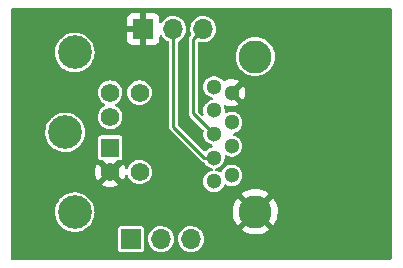
<source format=gbl>
%TF.GenerationSoftware,KiCad,Pcbnew,6.0.11-2627ca5db0~126~ubuntu22.04.1*%
%TF.CreationDate,2023-02-26T23:23:44+01:00*%
%TF.ProjectId,pmod,706d6f64-2e6b-4696-9361-645f70636258,0.7*%
%TF.SameCoordinates,Original*%
%TF.FileFunction,Copper,L2,Bot*%
%TF.FilePolarity,Positive*%
%FSLAX46Y46*%
G04 Gerber Fmt 4.6, Leading zero omitted, Abs format (unit mm)*
G04 Created by KiCad (PCBNEW 6.0.11-2627ca5db0~126~ubuntu22.04.1) date 2023-02-26 23:23:44*
%MOMM*%
%LPD*%
G01*
G04 APERTURE LIST*
%TA.AperFunction,ComponentPad*%
%ADD10R,1.574800X1.574800*%
%TD*%
%TA.AperFunction,ComponentPad*%
%ADD11C,1.574800*%
%TD*%
%TA.AperFunction,ComponentPad*%
%ADD12C,2.844800*%
%TD*%
%TA.AperFunction,ComponentPad*%
%ADD13C,1.300000*%
%TD*%
%TA.AperFunction,ComponentPad*%
%ADD14C,2.800000*%
%TD*%
%TA.AperFunction,ComponentPad*%
%ADD15R,1.700000X1.700000*%
%TD*%
%TA.AperFunction,ComponentPad*%
%ADD16O,1.700000X1.700000*%
%TD*%
%TA.AperFunction,Conductor*%
%ADD17C,0.250000*%
%TD*%
G04 APERTURE END LIST*
D10*
%TO.P,J3,1,1*%
%TO.N,/PS2_KEYB_DAT*%
X145092000Y-76258000D03*
D11*
%TO.P,J3,2,2*%
%TO.N,/PS2_MOUSE_DAT*%
X145092000Y-73667200D03*
%TO.P,J3,3,3*%
%TO.N,GND*%
X145092000Y-78315400D03*
%TO.P,J3,4,4*%
%TO.N,/VCC*%
X145092000Y-71609800D03*
%TO.P,J3,5,5*%
%TO.N,/PS2_KEYB_CLK*%
X147581200Y-78315400D03*
%TO.P,J3,6,6*%
%TO.N,/PS2_MOUSE_CLK*%
X147581200Y-71609800D03*
D12*
%TO.P,J3,7*%
%TO.N,N/C*%
X142094800Y-81719000D03*
%TO.P,J3,8*%
X141282000Y-74962600D03*
%TO.P,J3,9*%
X142094800Y-68206200D03*
%TD*%
D13*
%TO.P,J2,1,VBUS*%
%TO.N,/VBUS*%
X155383000Y-78615000D03*
%TO.P,J2,2,D-*%
%TO.N,/PS2_KEYB_CLK*%
X155383000Y-76115000D03*
%TO.P,J2,3,D+*%
%TO.N,/PS2_KEYB_DAT*%
X155383000Y-74115000D03*
%TO.P,J2,4,GND*%
%TO.N,GND*%
X155383000Y-71615000D03*
%TO.P,J2,5,SSRX-*%
%TO.N,/PS2_MOUSE_CLK*%
X153883000Y-71115000D03*
%TO.P,J2,6,SSRX+*%
%TO.N,/PS2_MOUSE_DAT*%
X153883000Y-73115000D03*
%TO.P,J2,7,DRAIN*%
%TO.N,/UART_TXD*%
X153883000Y-75115000D03*
%TO.P,J2,8,SSTX-*%
%TO.N,/UART_RXD*%
X153883000Y-77115000D03*
%TO.P,J2,9,SSTX+*%
%TO.N,Net-(J2-Pad9)*%
X153883000Y-79115000D03*
D14*
%TO.P,J2,10,SHIELD*%
%TO.N,GND*%
X157383000Y-81685000D03*
%TO.P,J2,11*%
%TO.N,N/C*%
X157383000Y-68545000D03*
%TD*%
D15*
%TO.P,JP1,1,Pin_1*%
%TO.N,Net-(J2-Pad9)*%
X146870000Y-84005000D03*
D16*
%TO.P,JP1,2,Pin_2*%
%TO.N,/VCC*%
X149410000Y-84005000D03*
%TO.P,JP1,3,Pin_3*%
%TO.N,/VBUS*%
X151950000Y-84005000D03*
%TD*%
D15*
%TO.P,J4,1,Pin_1*%
%TO.N,GND*%
X147901000Y-66225000D03*
D16*
%TO.P,J4,2,Pin_2*%
%TO.N,/UART_RXD*%
X150441000Y-66225000D03*
%TO.P,J4,3,Pin_3*%
%TO.N,/UART_TXD*%
X152981000Y-66225000D03*
%TD*%
D17*
%TO.N,/UART_TXD*%
X152131000Y-73363000D02*
X153883000Y-75115000D01*
X152131000Y-67075000D02*
X152131000Y-73363000D01*
X152981000Y-66225000D02*
X152131000Y-67075000D01*
%TO.N,/UART_RXD*%
X150441000Y-74495000D02*
X150441000Y-66225000D01*
X153883000Y-77115000D02*
X153061000Y-77115000D01*
X153061000Y-77115000D02*
X150441000Y-74495000D01*
%TD*%
%TA.AperFunction,Conductor*%
%TO.N,GND*%
G36*
X168881577Y-64463502D02*
G01*
X168928070Y-64517158D01*
X168939455Y-64569525D01*
X168936960Y-75283107D01*
X168934543Y-85660529D01*
X168914525Y-85728645D01*
X168860859Y-85775126D01*
X168808543Y-85786500D01*
X136832500Y-85786500D01*
X136764379Y-85766498D01*
X136717886Y-85712842D01*
X136706500Y-85660500D01*
X136706500Y-84879674D01*
X145769500Y-84879674D01*
X145784034Y-84952740D01*
X145839399Y-85035601D01*
X145922260Y-85090966D01*
X145995326Y-85105500D01*
X147744674Y-85105500D01*
X147817740Y-85090966D01*
X147900601Y-85035601D01*
X147955966Y-84952740D01*
X147970500Y-84879674D01*
X147970500Y-83976069D01*
X148305164Y-83976069D01*
X148318392Y-84177894D01*
X148368178Y-84373928D01*
X148452856Y-84557607D01*
X148569588Y-84722780D01*
X148714466Y-84863913D01*
X148882637Y-84976282D01*
X148887940Y-84978560D01*
X148887943Y-84978562D01*
X149063163Y-85053842D01*
X149068470Y-85056122D01*
X149265740Y-85100760D01*
X149271509Y-85100987D01*
X149271512Y-85100987D01*
X149347683Y-85103979D01*
X149467842Y-85108700D01*
X149554132Y-85096189D01*
X149662286Y-85080508D01*
X149662291Y-85080507D01*
X149668007Y-85079678D01*
X149673479Y-85077820D01*
X149673481Y-85077820D01*
X149854067Y-85016519D01*
X149854069Y-85016518D01*
X149859531Y-85014664D01*
X150036001Y-84915837D01*
X150098433Y-84863913D01*
X150187073Y-84790191D01*
X150191505Y-84786505D01*
X150320837Y-84631001D01*
X150419664Y-84454531D01*
X150484678Y-84263007D01*
X150485507Y-84257291D01*
X150485508Y-84257286D01*
X150513167Y-84066516D01*
X150513700Y-84062842D01*
X150515215Y-84005000D01*
X150512557Y-83976069D01*
X150845164Y-83976069D01*
X150858392Y-84177894D01*
X150908178Y-84373928D01*
X150992856Y-84557607D01*
X151109588Y-84722780D01*
X151254466Y-84863913D01*
X151422637Y-84976282D01*
X151427940Y-84978560D01*
X151427943Y-84978562D01*
X151603163Y-85053842D01*
X151608470Y-85056122D01*
X151805740Y-85100760D01*
X151811509Y-85100987D01*
X151811512Y-85100987D01*
X151887683Y-85103979D01*
X152007842Y-85108700D01*
X152094132Y-85096189D01*
X152202286Y-85080508D01*
X152202291Y-85080507D01*
X152208007Y-85079678D01*
X152213479Y-85077820D01*
X152213481Y-85077820D01*
X152394067Y-85016519D01*
X152394069Y-85016518D01*
X152399531Y-85014664D01*
X152576001Y-84915837D01*
X152638433Y-84863913D01*
X152727073Y-84790191D01*
X152731505Y-84786505D01*
X152860837Y-84631001D01*
X152959664Y-84454531D01*
X153024678Y-84263007D01*
X153025507Y-84257291D01*
X153025508Y-84257286D01*
X153053167Y-84066516D01*
X153053700Y-84062842D01*
X153055215Y-84005000D01*
X153036708Y-83803591D01*
X152981807Y-83608926D01*
X152892351Y-83427527D01*
X152874079Y-83403057D01*
X152774788Y-83270091D01*
X152774787Y-83270090D01*
X152771335Y-83265467D01*
X152764336Y-83258997D01*
X152703549Y-83202806D01*
X156230361Y-83202806D01*
X156237751Y-83213108D01*
X156279630Y-83247203D01*
X156286909Y-83252318D01*
X156510756Y-83387085D01*
X156518670Y-83391118D01*
X156759286Y-83493006D01*
X156767691Y-83495883D01*
X157020257Y-83562850D01*
X157028989Y-83564516D01*
X157288474Y-83595227D01*
X157297340Y-83595645D01*
X157558561Y-83589490D01*
X157567414Y-83588653D01*
X157825162Y-83545752D01*
X157833796Y-83543679D01*
X158082930Y-83464888D01*
X158091192Y-83461617D01*
X158326731Y-83348513D01*
X158334455Y-83344107D01*
X158528268Y-83214606D01*
X158536556Y-83204688D01*
X158529299Y-83190509D01*
X157395812Y-82057022D01*
X157381868Y-82049408D01*
X157380035Y-82049539D01*
X157373420Y-82053790D01*
X156237527Y-83189683D01*
X156230361Y-83202806D01*
X152703549Y-83202806D01*
X152627053Y-83132094D01*
X152627051Y-83132092D01*
X152622812Y-83128174D01*
X152595374Y-83110862D01*
X152456637Y-83023325D01*
X152451757Y-83020246D01*
X152263898Y-82945298D01*
X152065526Y-82905839D01*
X152059752Y-82905763D01*
X152059748Y-82905763D01*
X151957257Y-82904422D01*
X151863286Y-82903192D01*
X151857589Y-82904171D01*
X151857588Y-82904171D01*
X151669646Y-82936465D01*
X151669645Y-82936465D01*
X151663949Y-82937444D01*
X151474193Y-83007449D01*
X151300371Y-83110862D01*
X151148305Y-83244220D01*
X151023089Y-83403057D01*
X150928914Y-83582053D01*
X150868937Y-83775213D01*
X150845164Y-83976069D01*
X150512557Y-83976069D01*
X150496708Y-83803591D01*
X150441807Y-83608926D01*
X150352351Y-83427527D01*
X150334079Y-83403057D01*
X150234788Y-83270091D01*
X150234787Y-83270090D01*
X150231335Y-83265467D01*
X150224336Y-83258997D01*
X150087053Y-83132094D01*
X150087051Y-83132092D01*
X150082812Y-83128174D01*
X150055374Y-83110862D01*
X149916637Y-83023325D01*
X149911757Y-83020246D01*
X149723898Y-82945298D01*
X149525526Y-82905839D01*
X149519752Y-82905763D01*
X149519748Y-82905763D01*
X149417257Y-82904422D01*
X149323286Y-82903192D01*
X149317589Y-82904171D01*
X149317588Y-82904171D01*
X149129646Y-82936465D01*
X149129645Y-82936465D01*
X149123949Y-82937444D01*
X148934193Y-83007449D01*
X148760371Y-83110862D01*
X148608305Y-83244220D01*
X148483089Y-83403057D01*
X148388914Y-83582053D01*
X148328937Y-83775213D01*
X148305164Y-83976069D01*
X147970500Y-83976069D01*
X147970500Y-83130326D01*
X147955966Y-83057260D01*
X147900601Y-82974399D01*
X147817740Y-82919034D01*
X147744674Y-82904500D01*
X145995326Y-82904500D01*
X145922260Y-82919034D01*
X145839399Y-82974399D01*
X145784034Y-83057260D01*
X145769500Y-83130326D01*
X145769500Y-84879674D01*
X136706500Y-84879674D01*
X136706500Y-81675086D01*
X140417784Y-81675086D01*
X140418008Y-81679752D01*
X140418008Y-81679757D01*
X140419742Y-81715851D01*
X140429714Y-81923447D01*
X140478222Y-82167317D01*
X140479801Y-82171715D01*
X140479803Y-82171722D01*
X140521647Y-82288267D01*
X140562244Y-82401338D01*
X140679934Y-82620369D01*
X140682729Y-82624113D01*
X140682731Y-82624115D01*
X140823601Y-82812763D01*
X140828706Y-82819599D01*
X140832013Y-82822877D01*
X140832018Y-82822883D01*
X140947584Y-82937444D01*
X141005292Y-82994650D01*
X141009059Y-82997412D01*
X141009060Y-82997413D01*
X141182056Y-83124259D01*
X141205812Y-83141678D01*
X141209955Y-83143858D01*
X141209957Y-83143859D01*
X141421712Y-83255269D01*
X141421717Y-83255271D01*
X141425862Y-83257452D01*
X141430285Y-83258997D01*
X141430286Y-83258997D01*
X141565983Y-83306384D01*
X141660607Y-83339428D01*
X141665200Y-83340300D01*
X141900302Y-83384936D01*
X141900305Y-83384936D01*
X141904891Y-83385807D01*
X142023083Y-83390451D01*
X142148679Y-83395386D01*
X142148685Y-83395386D01*
X142153347Y-83395569D01*
X142242485Y-83385807D01*
X142395864Y-83369010D01*
X142395870Y-83369009D01*
X142400517Y-83368500D01*
X142493167Y-83344107D01*
X142636447Y-83306384D01*
X142636449Y-83306383D01*
X142640970Y-83305193D01*
X142869425Y-83207041D01*
X142897476Y-83189683D01*
X143076891Y-83078658D01*
X143076892Y-83078658D01*
X143080863Y-83076200D01*
X143084427Y-83073183D01*
X143084431Y-83073180D01*
X143267072Y-82918563D01*
X143267074Y-82918561D01*
X143270639Y-82915543D01*
X143434584Y-82728599D01*
X143482086Y-82654750D01*
X143566568Y-82523407D01*
X143569096Y-82519477D01*
X143671220Y-82292770D01*
X143705359Y-82171722D01*
X143737443Y-82057962D01*
X143737444Y-82057959D01*
X143738713Y-82053458D01*
X143754669Y-81928035D01*
X143769694Y-81809929D01*
X143769694Y-81809923D01*
X143770092Y-81806798D01*
X143770221Y-81801899D01*
X143772308Y-81722160D01*
X143772391Y-81719000D01*
X143770085Y-81687965D01*
X143765730Y-81629367D01*
X155471245Y-81629367D01*
X155481503Y-81890459D01*
X155482478Y-81899288D01*
X155529422Y-82156332D01*
X155531631Y-82164934D01*
X155614324Y-82412796D01*
X155617728Y-82421014D01*
X155734519Y-82654750D01*
X155739043Y-82662398D01*
X155854352Y-82829235D01*
X155864673Y-82837589D01*
X155878323Y-82830467D01*
X157010978Y-81697812D01*
X157017356Y-81686132D01*
X157747408Y-81686132D01*
X157747539Y-81687965D01*
X157751790Y-81694580D01*
X158888517Y-82831307D01*
X158901917Y-82838624D01*
X158911821Y-82831637D01*
X158927686Y-82812763D01*
X158932905Y-82805580D01*
X159071171Y-82583876D01*
X159075333Y-82576017D01*
X159180988Y-82337030D01*
X159183994Y-82328680D01*
X159254921Y-82077192D01*
X159256722Y-82068499D01*
X159291672Y-81808292D01*
X159292200Y-81801899D01*
X159295773Y-81688222D01*
X159295646Y-81681779D01*
X159277106Y-81419923D01*
X159275853Y-81411119D01*
X159220858Y-81155677D01*
X159218379Y-81147144D01*
X159127941Y-80902002D01*
X159124286Y-80893907D01*
X159000206Y-80663947D01*
X158995447Y-80656449D01*
X158910759Y-80541790D01*
X158899631Y-80533348D01*
X158887038Y-80540172D01*
X157755022Y-81672188D01*
X157747408Y-81686132D01*
X157017356Y-81686132D01*
X157018592Y-81683868D01*
X157018461Y-81682035D01*
X157014210Y-81675420D01*
X155878819Y-80540029D01*
X155865978Y-80533017D01*
X155855289Y-80540813D01*
X155803663Y-80606299D01*
X155798658Y-80613663D01*
X155667420Y-80839605D01*
X155663516Y-80847575D01*
X155565420Y-81089763D01*
X155562676Y-81098207D01*
X155499683Y-81351800D01*
X155498156Y-81360551D01*
X155471524Y-81620483D01*
X155471245Y-81629367D01*
X143765730Y-81629367D01*
X143754310Y-81475688D01*
X143754309Y-81475684D01*
X143753964Y-81471036D01*
X143745209Y-81432341D01*
X143700119Y-81233077D01*
X143699088Y-81228520D01*
X143684582Y-81191218D01*
X143610662Y-81001131D01*
X143610661Y-81001128D01*
X143608969Y-80996778D01*
X143485586Y-80780903D01*
X143331650Y-80585636D01*
X143150542Y-80415267D01*
X142946242Y-80273539D01*
X142942051Y-80271472D01*
X142731598Y-80167688D01*
X156231045Y-80167688D01*
X156238025Y-80180815D01*
X157370188Y-81312978D01*
X157384132Y-81320592D01*
X157385965Y-81320461D01*
X157392580Y-81316210D01*
X158527804Y-80180986D01*
X158534658Y-80168434D01*
X158526450Y-80157363D01*
X158436762Y-80088916D01*
X158429313Y-80084023D01*
X158201353Y-79956359D01*
X158193303Y-79952571D01*
X157949617Y-79858295D01*
X157941127Y-79855683D01*
X157686578Y-79796683D01*
X157677800Y-79795293D01*
X157417478Y-79772746D01*
X157408607Y-79772606D01*
X157147696Y-79786965D01*
X157138886Y-79788079D01*
X156882607Y-79839055D01*
X156874050Y-79841396D01*
X156627496Y-79927980D01*
X156619362Y-79931500D01*
X156387477Y-80051955D01*
X156379905Y-80056594D01*
X156239447Y-80156967D01*
X156231045Y-80167688D01*
X142731598Y-80167688D01*
X142727425Y-80165630D01*
X142727422Y-80165629D01*
X142723237Y-80163565D01*
X142679630Y-80149606D01*
X142490871Y-80089184D01*
X142490873Y-80089184D01*
X142486426Y-80087761D01*
X142352426Y-80065938D01*
X142245624Y-80048544D01*
X142245623Y-80048544D01*
X142241012Y-80047793D01*
X142116699Y-80046165D01*
X141997063Y-80044599D01*
X141997060Y-80044599D01*
X141992386Y-80044538D01*
X141746009Y-80078068D01*
X141741519Y-80079377D01*
X141741513Y-80079378D01*
X141640224Y-80108901D01*
X141507295Y-80147647D01*
X141503048Y-80149605D01*
X141503045Y-80149606D01*
X141435348Y-80180815D01*
X141281488Y-80251746D01*
X141277579Y-80254309D01*
X141077460Y-80385512D01*
X141077455Y-80385516D01*
X141073547Y-80388078D01*
X141043084Y-80415267D01*
X140901327Y-80541790D01*
X140888042Y-80553647D01*
X140729047Y-80744818D01*
X140600055Y-80957390D01*
X140503901Y-81186693D01*
X140442695Y-81427689D01*
X140417784Y-81675086D01*
X136706500Y-81675086D01*
X136706500Y-79392415D01*
X144379539Y-79392415D01*
X144388835Y-79404430D01*
X144437321Y-79438380D01*
X144446811Y-79443858D01*
X144642270Y-79535002D01*
X144652566Y-79538750D01*
X144860886Y-79594570D01*
X144871675Y-79596472D01*
X145086525Y-79615269D01*
X145097475Y-79615269D01*
X145312325Y-79596472D01*
X145323114Y-79594570D01*
X145531434Y-79538750D01*
X145541730Y-79535002D01*
X145737189Y-79443858D01*
X145746679Y-79438380D01*
X145796003Y-79403843D01*
X145804377Y-79393367D01*
X145797309Y-79379920D01*
X145104811Y-78687421D01*
X145090868Y-78679808D01*
X145089034Y-78679939D01*
X145082420Y-78684190D01*
X144385966Y-79380645D01*
X144379539Y-79392415D01*
X136706500Y-79392415D01*
X136706500Y-78320875D01*
X143792131Y-78320875D01*
X143810928Y-78535725D01*
X143812830Y-78546514D01*
X143868650Y-78754834D01*
X143872398Y-78765130D01*
X143963542Y-78960589D01*
X143969020Y-78970079D01*
X144003557Y-79019403D01*
X144014033Y-79027777D01*
X144027480Y-79020709D01*
X144719979Y-78328211D01*
X144726356Y-78316532D01*
X145456408Y-78316532D01*
X145456539Y-78318366D01*
X145460790Y-78324980D01*
X146157245Y-79021434D01*
X146169015Y-79027861D01*
X146181030Y-79018565D01*
X146214980Y-78970079D01*
X146220458Y-78960589D01*
X146311602Y-78765130D01*
X146315350Y-78754834D01*
X146348512Y-78631074D01*
X146385464Y-78570452D01*
X146449325Y-78539430D01*
X146519819Y-78547859D01*
X146574566Y-78593062D01*
X146591338Y-78628956D01*
X146611516Y-78699325D01*
X146614334Y-78704807D01*
X146614335Y-78704811D01*
X146701735Y-78874873D01*
X146701738Y-78874877D01*
X146704555Y-78880359D01*
X146830985Y-79039874D01*
X146835679Y-79043869D01*
X146926971Y-79121565D01*
X146985990Y-79171795D01*
X147163667Y-79271095D01*
X147357248Y-79333993D01*
X147559359Y-79358093D01*
X147565494Y-79357621D01*
X147565496Y-79357621D01*
X147756161Y-79342951D01*
X147756166Y-79342950D01*
X147762302Y-79342478D01*
X147768234Y-79340822D01*
X147768238Y-79340821D01*
X147952402Y-79289401D01*
X147952406Y-79289400D01*
X147958346Y-79287741D01*
X147963850Y-79284961D01*
X147963852Y-79284960D01*
X148134525Y-79198747D01*
X148134527Y-79198746D01*
X148140026Y-79195968D01*
X148300419Y-79070655D01*
X148323540Y-79043869D01*
X148429389Y-78921242D01*
X148429390Y-78921240D01*
X148433418Y-78916574D01*
X148519451Y-78765130D01*
X148530911Y-78744958D01*
X148530913Y-78744953D01*
X148533957Y-78739595D01*
X148598205Y-78546458D01*
X148623715Y-78344520D01*
X148623988Y-78324980D01*
X148624073Y-78318922D01*
X148624073Y-78318918D01*
X148624122Y-78315400D01*
X148604260Y-78112829D01*
X148545429Y-77917973D01*
X148449872Y-77738256D01*
X148445974Y-77733477D01*
X148445971Y-77733472D01*
X148325124Y-77585299D01*
X148325123Y-77585298D01*
X148321227Y-77580521D01*
X148164395Y-77450778D01*
X148158978Y-77447849D01*
X148158975Y-77447847D01*
X147990767Y-77356898D01*
X147990763Y-77356896D01*
X147985349Y-77353969D01*
X147979469Y-77352149D01*
X147979467Y-77352148D01*
X147796792Y-77295600D01*
X147796791Y-77295600D01*
X147790909Y-77293779D01*
X147784788Y-77293136D01*
X147784785Y-77293135D01*
X147594609Y-77273147D01*
X147594608Y-77273147D01*
X147588481Y-77272503D01*
X147464493Y-77283787D01*
X147391917Y-77290392D01*
X147391916Y-77290392D01*
X147385776Y-77290951D01*
X147379862Y-77292692D01*
X147379860Y-77292692D01*
X147247489Y-77331652D01*
X147190515Y-77348420D01*
X147010134Y-77442720D01*
X146851506Y-77570261D01*
X146720671Y-77726183D01*
X146717708Y-77731572D01*
X146717705Y-77731577D01*
X146660997Y-77834730D01*
X146622614Y-77904549D01*
X146620753Y-77910416D01*
X146620752Y-77910418D01*
X146616484Y-77923873D01*
X146592227Y-78000342D01*
X146590486Y-78005829D01*
X146550823Y-78064713D01*
X146485620Y-78092805D01*
X146415581Y-78081188D01*
X146362941Y-78033548D01*
X146348677Y-78000342D01*
X146315350Y-77875966D01*
X146311602Y-77865670D01*
X146220458Y-77670211D01*
X146214980Y-77660721D01*
X146180443Y-77611397D01*
X146169967Y-77603023D01*
X146156520Y-77610091D01*
X145464021Y-78302589D01*
X145456408Y-78316532D01*
X144726356Y-78316532D01*
X144727592Y-78314268D01*
X144727461Y-78312434D01*
X144723210Y-78305820D01*
X144026755Y-77609366D01*
X144014985Y-77602939D01*
X144002970Y-77612235D01*
X143969020Y-77660721D01*
X143963542Y-77670211D01*
X143872398Y-77865670D01*
X143868650Y-77875966D01*
X143812830Y-78084286D01*
X143810928Y-78095075D01*
X143792131Y-78309925D01*
X143792131Y-78320875D01*
X136706500Y-78320875D01*
X136706500Y-77070074D01*
X144054100Y-77070074D01*
X144068634Y-77143140D01*
X144123999Y-77226001D01*
X144206860Y-77281366D01*
X144279926Y-77295900D01*
X144379520Y-77295900D01*
X144447641Y-77315902D01*
X144468616Y-77332805D01*
X145079189Y-77943379D01*
X145093132Y-77950992D01*
X145094966Y-77950861D01*
X145101580Y-77946610D01*
X145715384Y-77332805D01*
X145777697Y-77298780D01*
X145804480Y-77295900D01*
X145904074Y-77295900D01*
X145977140Y-77281366D01*
X146060001Y-77226001D01*
X146115366Y-77143140D01*
X146129900Y-77070074D01*
X146129900Y-75445926D01*
X146115366Y-75372860D01*
X146060001Y-75289999D01*
X145977140Y-75234634D01*
X145904074Y-75220100D01*
X144279926Y-75220100D01*
X144206860Y-75234634D01*
X144123999Y-75289999D01*
X144068634Y-75372860D01*
X144054100Y-75445926D01*
X144054100Y-77070074D01*
X136706500Y-77070074D01*
X136706500Y-74918686D01*
X139604984Y-74918686D01*
X139616914Y-75167047D01*
X139631729Y-75241528D01*
X139647123Y-75318918D01*
X139665422Y-75410917D01*
X139667001Y-75415315D01*
X139667003Y-75415322D01*
X139747861Y-75640529D01*
X139749444Y-75644938D01*
X139867134Y-75863969D01*
X139869929Y-75867713D01*
X139869931Y-75867715D01*
X139998104Y-76039359D01*
X140015906Y-76063199D01*
X140019213Y-76066477D01*
X140019218Y-76066483D01*
X140189176Y-76234963D01*
X140192492Y-76238250D01*
X140196259Y-76241012D01*
X140196260Y-76241013D01*
X140324074Y-76334730D01*
X140393012Y-76385278D01*
X140397155Y-76387458D01*
X140397157Y-76387459D01*
X140608912Y-76498869D01*
X140608917Y-76498871D01*
X140613062Y-76501052D01*
X140617485Y-76502597D01*
X140617486Y-76502597D01*
X140753183Y-76549984D01*
X140847807Y-76583028D01*
X140852400Y-76583900D01*
X141087502Y-76628536D01*
X141087505Y-76628536D01*
X141092091Y-76629407D01*
X141210283Y-76634051D01*
X141335879Y-76638986D01*
X141335885Y-76638986D01*
X141340547Y-76639169D01*
X141429685Y-76629407D01*
X141583064Y-76612610D01*
X141583070Y-76612609D01*
X141587717Y-76612100D01*
X141592241Y-76610909D01*
X141823647Y-76549984D01*
X141823649Y-76549983D01*
X141828170Y-76548793D01*
X142056625Y-76450641D01*
X142254549Y-76328163D01*
X142264091Y-76322258D01*
X142264092Y-76322258D01*
X142268063Y-76319800D01*
X142271627Y-76316783D01*
X142271631Y-76316780D01*
X142454272Y-76162163D01*
X142454274Y-76162161D01*
X142457839Y-76159143D01*
X142621784Y-75972199D01*
X142646801Y-75933307D01*
X142753768Y-75767007D01*
X142756296Y-75763077D01*
X142858420Y-75536370D01*
X142892559Y-75415322D01*
X142924643Y-75301562D01*
X142924644Y-75301559D01*
X142925913Y-75297058D01*
X142935703Y-75220100D01*
X142956894Y-75053529D01*
X142956894Y-75053523D01*
X142957292Y-75050398D01*
X142957945Y-75025481D01*
X142959236Y-74976144D01*
X142959591Y-74962600D01*
X142954876Y-74899151D01*
X142941510Y-74719288D01*
X142941509Y-74719284D01*
X142941164Y-74714636D01*
X142939380Y-74706749D01*
X142887319Y-74476677D01*
X142886288Y-74472120D01*
X142871782Y-74434818D01*
X142797862Y-74244731D01*
X142797861Y-74244728D01*
X142796169Y-74240378D01*
X142791472Y-74232159D01*
X142691137Y-74056611D01*
X142672786Y-74024503D01*
X142518850Y-73829236D01*
X142373826Y-73692811D01*
X142341143Y-73662066D01*
X142341140Y-73662064D01*
X142337742Y-73658867D01*
X142328764Y-73652639D01*
X144049180Y-73652639D01*
X144052553Y-73692811D01*
X144063741Y-73826036D01*
X144066212Y-73855467D01*
X144122316Y-74051125D01*
X144125134Y-74056607D01*
X144125135Y-74056611D01*
X144212535Y-74226673D01*
X144212538Y-74226677D01*
X144215355Y-74232159D01*
X144341785Y-74391674D01*
X144346479Y-74395669D01*
X144487656Y-74515821D01*
X144496790Y-74523595D01*
X144674467Y-74622895D01*
X144868048Y-74685793D01*
X145070159Y-74709893D01*
X145076294Y-74709421D01*
X145076296Y-74709421D01*
X145266961Y-74694751D01*
X145266966Y-74694750D01*
X145273102Y-74694278D01*
X145279034Y-74692622D01*
X145279038Y-74692621D01*
X145463202Y-74641201D01*
X145463206Y-74641200D01*
X145469146Y-74639541D01*
X145474650Y-74636761D01*
X145474652Y-74636760D01*
X145645325Y-74550547D01*
X145645327Y-74550546D01*
X145650826Y-74547768D01*
X145811219Y-74422455D01*
X145834340Y-74395669D01*
X145940189Y-74273042D01*
X145940190Y-74273040D01*
X145944218Y-74268374D01*
X145988829Y-74189845D01*
X146041711Y-74096758D01*
X146041713Y-74096753D01*
X146044757Y-74091395D01*
X146109005Y-73898258D01*
X146134515Y-73696320D01*
X146134922Y-73667200D01*
X146115060Y-73464629D01*
X146056229Y-73269773D01*
X145960672Y-73090056D01*
X145956774Y-73085277D01*
X145956771Y-73085272D01*
X145835924Y-72937099D01*
X145835923Y-72937098D01*
X145832027Y-72932321D01*
X145675195Y-72802578D01*
X145576906Y-72749434D01*
X145526498Y-72699439D01*
X145511120Y-72630128D01*
X145535656Y-72563506D01*
X145580025Y-72526132D01*
X145645325Y-72493147D01*
X145645327Y-72493146D01*
X145650826Y-72490368D01*
X145811219Y-72365055D01*
X145837395Y-72334730D01*
X145940189Y-72215642D01*
X145940190Y-72215640D01*
X145944218Y-72210974D01*
X146011203Y-72093060D01*
X146041711Y-72039358D01*
X146041713Y-72039353D01*
X146044757Y-72033995D01*
X146109005Y-71840858D01*
X146134515Y-71638920D01*
X146134614Y-71631804D01*
X146134873Y-71613322D01*
X146134873Y-71613318D01*
X146134922Y-71609800D01*
X146133494Y-71595239D01*
X146538380Y-71595239D01*
X146540134Y-71616132D01*
X146554146Y-71782985D01*
X146555412Y-71798067D01*
X146611516Y-71993725D01*
X146614334Y-71999207D01*
X146614335Y-71999211D01*
X146701735Y-72169273D01*
X146701738Y-72169277D01*
X146704555Y-72174759D01*
X146830985Y-72334274D01*
X146985990Y-72466195D01*
X147163667Y-72565495D01*
X147357248Y-72628393D01*
X147559359Y-72652493D01*
X147565494Y-72652021D01*
X147565496Y-72652021D01*
X147756161Y-72637351D01*
X147756166Y-72637350D01*
X147762302Y-72636878D01*
X147768234Y-72635222D01*
X147768238Y-72635221D01*
X147952402Y-72583801D01*
X147952406Y-72583800D01*
X147958346Y-72582141D01*
X147963850Y-72579361D01*
X147963852Y-72579360D01*
X148134525Y-72493147D01*
X148134527Y-72493146D01*
X148140026Y-72490368D01*
X148300419Y-72365055D01*
X148326595Y-72334730D01*
X148429389Y-72215642D01*
X148429390Y-72215640D01*
X148433418Y-72210974D01*
X148500403Y-72093060D01*
X148530911Y-72039358D01*
X148530913Y-72039353D01*
X148533957Y-72033995D01*
X148598205Y-71840858D01*
X148623715Y-71638920D01*
X148623814Y-71631804D01*
X148624073Y-71613322D01*
X148624073Y-71613318D01*
X148624122Y-71609800D01*
X148604260Y-71407229D01*
X148545429Y-71212373D01*
X148449872Y-71032656D01*
X148445974Y-71027877D01*
X148445971Y-71027872D01*
X148325124Y-70879699D01*
X148325123Y-70879698D01*
X148321227Y-70874921D01*
X148164395Y-70745178D01*
X148158978Y-70742249D01*
X148158975Y-70742247D01*
X147990767Y-70651298D01*
X147990763Y-70651296D01*
X147985349Y-70648369D01*
X147979469Y-70646549D01*
X147979467Y-70646548D01*
X147796792Y-70590000D01*
X147796791Y-70590000D01*
X147790909Y-70588179D01*
X147784788Y-70587536D01*
X147784785Y-70587535D01*
X147594609Y-70567547D01*
X147594608Y-70567547D01*
X147588481Y-70566903D01*
X147481338Y-70576654D01*
X147391917Y-70584792D01*
X147391916Y-70584792D01*
X147385776Y-70585351D01*
X147379862Y-70587092D01*
X147379860Y-70587092D01*
X147369980Y-70590000D01*
X147190515Y-70642820D01*
X147010134Y-70737120D01*
X146851506Y-70864661D01*
X146720671Y-71020583D01*
X146717708Y-71025972D01*
X146717705Y-71025977D01*
X146711037Y-71038107D01*
X146622614Y-71198949D01*
X146620753Y-71204816D01*
X146620752Y-71204818D01*
X146616484Y-71218273D01*
X146561068Y-71392964D01*
X146538380Y-71595239D01*
X146133494Y-71595239D01*
X146115060Y-71407229D01*
X146056229Y-71212373D01*
X145960672Y-71032656D01*
X145956774Y-71027877D01*
X145956771Y-71027872D01*
X145835924Y-70879699D01*
X145835923Y-70879698D01*
X145832027Y-70874921D01*
X145675195Y-70745178D01*
X145669778Y-70742249D01*
X145669775Y-70742247D01*
X145501567Y-70651298D01*
X145501563Y-70651296D01*
X145496149Y-70648369D01*
X145490269Y-70646549D01*
X145490267Y-70646548D01*
X145307592Y-70590000D01*
X145307591Y-70590000D01*
X145301709Y-70588179D01*
X145295588Y-70587536D01*
X145295585Y-70587535D01*
X145105409Y-70567547D01*
X145105408Y-70567547D01*
X145099281Y-70566903D01*
X144992138Y-70576654D01*
X144902717Y-70584792D01*
X144902716Y-70584792D01*
X144896576Y-70585351D01*
X144890662Y-70587092D01*
X144890660Y-70587092D01*
X144880780Y-70590000D01*
X144701315Y-70642820D01*
X144520934Y-70737120D01*
X144362306Y-70864661D01*
X144231471Y-71020583D01*
X144228508Y-71025972D01*
X144228505Y-71025977D01*
X144221837Y-71038107D01*
X144133414Y-71198949D01*
X144131553Y-71204816D01*
X144131552Y-71204818D01*
X144127284Y-71218273D01*
X144071868Y-71392964D01*
X144049180Y-71595239D01*
X144050934Y-71616132D01*
X144064946Y-71782985D01*
X144066212Y-71798067D01*
X144122316Y-71993725D01*
X144125134Y-71999207D01*
X144125135Y-71999211D01*
X144212535Y-72169273D01*
X144212538Y-72169277D01*
X144215355Y-72174759D01*
X144341785Y-72334274D01*
X144496790Y-72466195D01*
X144540043Y-72490368D01*
X144608576Y-72528670D01*
X144658282Y-72579363D01*
X144672690Y-72648883D01*
X144647227Y-72715156D01*
X144605481Y-72750320D01*
X144556092Y-72776140D01*
X144520934Y-72794520D01*
X144362306Y-72922061D01*
X144231471Y-73077983D01*
X144228508Y-73083372D01*
X144228505Y-73083377D01*
X144155666Y-73215872D01*
X144133414Y-73256349D01*
X144131553Y-73262216D01*
X144131552Y-73262218D01*
X144122297Y-73291393D01*
X144071868Y-73450364D01*
X144049180Y-73652639D01*
X142328764Y-73652639D01*
X142133442Y-73517139D01*
X142129251Y-73515072D01*
X141914625Y-73409230D01*
X141914622Y-73409229D01*
X141910437Y-73407165D01*
X141885952Y-73399327D01*
X141716440Y-73345066D01*
X141673626Y-73331361D01*
X141501054Y-73303256D01*
X141432824Y-73292144D01*
X141432823Y-73292144D01*
X141428212Y-73291393D01*
X141303899Y-73289765D01*
X141184263Y-73288199D01*
X141184260Y-73288199D01*
X141179586Y-73288138D01*
X140933209Y-73321668D01*
X140928719Y-73322977D01*
X140928713Y-73322978D01*
X140852934Y-73345066D01*
X140694495Y-73391247D01*
X140690248Y-73393205D01*
X140690245Y-73393206D01*
X140604796Y-73432599D01*
X140468688Y-73495346D01*
X140464779Y-73497909D01*
X140264660Y-73629112D01*
X140264655Y-73629116D01*
X140260747Y-73631678D01*
X140167994Y-73714463D01*
X140124816Y-73753001D01*
X140075242Y-73797247D01*
X139916247Y-73988418D01*
X139787255Y-74200990D01*
X139691101Y-74430293D01*
X139629895Y-74671289D01*
X139604984Y-74918686D01*
X136706500Y-74918686D01*
X136706500Y-68162286D01*
X140417784Y-68162286D01*
X140429714Y-68410647D01*
X140478222Y-68654517D01*
X140479801Y-68658915D01*
X140479803Y-68658922D01*
X140560661Y-68884129D01*
X140562244Y-68888538D01*
X140679934Y-69107569D01*
X140828706Y-69306799D01*
X140832013Y-69310077D01*
X140832018Y-69310083D01*
X141001976Y-69478563D01*
X141005292Y-69481850D01*
X141009059Y-69484612D01*
X141009060Y-69484613D01*
X141116512Y-69563400D01*
X141205812Y-69628878D01*
X141209955Y-69631058D01*
X141209957Y-69631059D01*
X141421712Y-69742469D01*
X141421717Y-69742471D01*
X141425862Y-69744652D01*
X141430285Y-69746197D01*
X141430286Y-69746197D01*
X141565983Y-69793584D01*
X141660607Y-69826628D01*
X141665200Y-69827500D01*
X141900302Y-69872136D01*
X141900305Y-69872136D01*
X141904891Y-69873007D01*
X142023083Y-69877651D01*
X142148679Y-69882586D01*
X142148685Y-69882586D01*
X142153347Y-69882769D01*
X142242485Y-69873007D01*
X142395864Y-69856210D01*
X142395870Y-69856209D01*
X142400517Y-69855700D01*
X142405041Y-69854509D01*
X142636447Y-69793584D01*
X142636449Y-69793583D01*
X142640970Y-69792393D01*
X142869425Y-69694241D01*
X143080863Y-69563400D01*
X143084427Y-69560383D01*
X143084431Y-69560380D01*
X143267072Y-69405763D01*
X143267074Y-69405761D01*
X143270639Y-69402743D01*
X143434584Y-69215799D01*
X143501791Y-69111315D01*
X143566568Y-69010607D01*
X143569096Y-69006677D01*
X143671220Y-68779970D01*
X143705359Y-68658922D01*
X143737443Y-68545162D01*
X143737444Y-68545159D01*
X143738713Y-68540658D01*
X143754669Y-68415235D01*
X143769694Y-68297129D01*
X143769694Y-68297123D01*
X143770092Y-68293998D01*
X143770302Y-68286006D01*
X143772308Y-68209360D01*
X143772391Y-68206200D01*
X143753964Y-67958236D01*
X143745209Y-67919541D01*
X143700119Y-67720277D01*
X143699088Y-67715720D01*
X143684582Y-67678418D01*
X143610662Y-67488331D01*
X143610661Y-67488328D01*
X143608969Y-67483978D01*
X143485586Y-67268103D01*
X143368570Y-67119669D01*
X146543001Y-67119669D01*
X146543371Y-67126490D01*
X146548895Y-67177352D01*
X146552521Y-67192604D01*
X146597676Y-67313054D01*
X146606214Y-67328649D01*
X146682715Y-67430724D01*
X146695276Y-67443285D01*
X146797351Y-67519786D01*
X146812946Y-67528324D01*
X146933394Y-67573478D01*
X146948649Y-67577105D01*
X146999514Y-67582631D01*
X147006328Y-67583000D01*
X147628885Y-67583000D01*
X147644124Y-67578525D01*
X147645329Y-67577135D01*
X147647000Y-67569452D01*
X147647000Y-67564884D01*
X148155000Y-67564884D01*
X148159475Y-67580123D01*
X148160865Y-67581328D01*
X148168548Y-67582999D01*
X148795669Y-67582999D01*
X148802490Y-67582629D01*
X148853352Y-67577105D01*
X148868604Y-67573479D01*
X148989054Y-67528324D01*
X149004649Y-67519786D01*
X149106724Y-67443285D01*
X149119285Y-67430724D01*
X149195786Y-67328649D01*
X149204324Y-67313054D01*
X149249478Y-67192606D01*
X149253105Y-67177351D01*
X149258631Y-67126486D01*
X149259000Y-67119672D01*
X149259000Y-66856045D01*
X149279002Y-66787924D01*
X149332658Y-66741431D01*
X149402932Y-66731327D01*
X149467512Y-66760821D01*
X149487897Y-66783325D01*
X149582721Y-66917498D01*
X149600588Y-66942780D01*
X149745466Y-67083913D01*
X149913637Y-67196282D01*
X149918945Y-67198563D01*
X149918946Y-67198563D01*
X149989237Y-67228762D01*
X150043931Y-67274030D01*
X150065500Y-67344530D01*
X150065500Y-74441504D01*
X150063021Y-74464801D01*
X150062923Y-74466886D01*
X150060731Y-74477066D01*
X150064526Y-74509129D01*
X150064627Y-74509984D01*
X150064971Y-74515821D01*
X150065072Y-74515813D01*
X150065500Y-74520992D01*
X150065500Y-74526193D01*
X150066354Y-74531321D01*
X150066354Y-74531327D01*
X150068628Y-74544987D01*
X150069465Y-74550863D01*
X150075424Y-74601210D01*
X150079346Y-74609377D01*
X150080833Y-74618313D01*
X150085777Y-74627475D01*
X150085778Y-74627479D01*
X150104906Y-74662929D01*
X150107602Y-74668220D01*
X150119319Y-74692621D01*
X150129537Y-74713900D01*
X150133094Y-74718131D01*
X150135026Y-74720063D01*
X150136745Y-74721937D01*
X150136819Y-74722074D01*
X150136709Y-74722174D01*
X150137132Y-74722654D01*
X150140194Y-74728329D01*
X150147841Y-74735398D01*
X150147842Y-74735399D01*
X150179367Y-74764540D01*
X150182933Y-74767970D01*
X152757652Y-77342689D01*
X152772377Y-77360920D01*
X152773778Y-77362460D01*
X152779428Y-77371210D01*
X152787606Y-77377657D01*
X152805465Y-77391736D01*
X152809834Y-77395619D01*
X152809900Y-77395541D01*
X152813855Y-77398892D01*
X152817539Y-77402576D01*
X152821779Y-77405605D01*
X152821778Y-77405605D01*
X152833049Y-77413660D01*
X152837798Y-77417226D01*
X152869415Y-77442152D01*
X152869422Y-77442156D01*
X152877600Y-77448603D01*
X152886149Y-77451605D01*
X152893519Y-77456872D01*
X152903500Y-77459857D01*
X152942083Y-77471396D01*
X152947730Y-77473231D01*
X152988064Y-77487395D01*
X152988065Y-77487395D01*
X152995548Y-77490023D01*
X153001055Y-77490500D01*
X153002485Y-77490500D01*
X153011194Y-77492375D01*
X153010577Y-77495243D01*
X153063808Y-77516008D01*
X153095919Y-77552736D01*
X153111961Y-77580521D01*
X153147164Y-77641496D01*
X153147167Y-77641500D01*
X153150467Y-77647216D01*
X153154885Y-77652123D01*
X153154886Y-77652124D01*
X153248908Y-77756545D01*
X153277129Y-77787888D01*
X153430270Y-77899151D01*
X153603197Y-77976144D01*
X153671718Y-77990708D01*
X153676632Y-77991753D01*
X153739105Y-78025481D01*
X153773427Y-78087631D01*
X153768699Y-78158470D01*
X153726423Y-78215508D01*
X153676632Y-78238247D01*
X153603197Y-78253856D01*
X153430270Y-78330849D01*
X153424929Y-78334729D01*
X153424928Y-78334730D01*
X153382640Y-78365454D01*
X153277129Y-78442112D01*
X153272716Y-78447014D01*
X153272714Y-78447015D01*
X153161571Y-78570452D01*
X153150467Y-78582784D01*
X153147164Y-78588505D01*
X153063312Y-78733742D01*
X153055821Y-78746716D01*
X152997326Y-78926744D01*
X152996636Y-78933305D01*
X152996636Y-78933307D01*
X152990782Y-78989007D01*
X152977540Y-79115000D01*
X152997326Y-79303256D01*
X153055821Y-79483284D01*
X153150467Y-79647216D01*
X153277129Y-79787888D01*
X153430270Y-79899151D01*
X153603197Y-79976144D01*
X153701212Y-79996978D01*
X153781897Y-80014128D01*
X153781901Y-80014128D01*
X153788354Y-80015500D01*
X153977646Y-80015500D01*
X153984099Y-80014128D01*
X153984103Y-80014128D01*
X154064788Y-79996978D01*
X154162803Y-79976144D01*
X154335730Y-79899151D01*
X154488871Y-79787888D01*
X154615533Y-79647216D01*
X154710179Y-79483284D01*
X154720737Y-79450790D01*
X154760810Y-79392184D01*
X154826206Y-79364546D01*
X154896163Y-79376652D01*
X154914629Y-79387788D01*
X154924925Y-79395268D01*
X154930270Y-79399151D01*
X155103197Y-79476144D01*
X155201212Y-79496978D01*
X155281897Y-79514128D01*
X155281901Y-79514128D01*
X155288354Y-79515500D01*
X155477646Y-79515500D01*
X155484099Y-79514128D01*
X155484103Y-79514128D01*
X155564788Y-79496978D01*
X155662803Y-79476144D01*
X155835730Y-79399151D01*
X155845002Y-79392415D01*
X155983532Y-79291767D01*
X155988871Y-79287888D01*
X156071637Y-79195968D01*
X156111114Y-79152124D01*
X156111115Y-79152123D01*
X156115533Y-79147216D01*
X156210179Y-78983284D01*
X156268674Y-78803256D01*
X156274617Y-78746716D01*
X156287770Y-78621565D01*
X156288460Y-78615000D01*
X156280614Y-78540347D01*
X156269364Y-78433307D01*
X156269364Y-78433305D01*
X156268674Y-78426744D01*
X156210179Y-78246716D01*
X156205290Y-78238247D01*
X156118836Y-78088505D01*
X156115533Y-78082784D01*
X156054950Y-78015500D01*
X155993286Y-77947015D01*
X155993284Y-77947014D01*
X155988871Y-77942112D01*
X155924398Y-77895270D01*
X155841072Y-77834730D01*
X155841071Y-77834729D01*
X155835730Y-77830849D01*
X155662803Y-77753856D01*
X155557988Y-77731577D01*
X155484103Y-77715872D01*
X155484099Y-77715872D01*
X155477646Y-77714500D01*
X155288354Y-77714500D01*
X155281901Y-77715872D01*
X155281897Y-77715872D01*
X155208012Y-77731577D01*
X155103197Y-77753856D01*
X154930270Y-77830849D01*
X154924929Y-77834729D01*
X154924928Y-77834730D01*
X154841602Y-77895270D01*
X154777129Y-77942112D01*
X154772716Y-77947014D01*
X154772714Y-77947015D01*
X154711050Y-78015500D01*
X154650467Y-78082784D01*
X154647164Y-78088505D01*
X154560711Y-78238247D01*
X154555821Y-78246716D01*
X154553779Y-78253001D01*
X154553778Y-78253003D01*
X154545263Y-78279210D01*
X154505190Y-78337816D01*
X154439794Y-78365454D01*
X154369837Y-78353348D01*
X154351371Y-78342212D01*
X154341075Y-78334732D01*
X154341072Y-78334730D01*
X154335730Y-78330849D01*
X154162803Y-78253856D01*
X154089368Y-78238247D01*
X154026895Y-78204519D01*
X153992573Y-78142369D01*
X153997301Y-78071530D01*
X154039577Y-78014492D01*
X154089368Y-77991753D01*
X154094282Y-77990708D01*
X154162803Y-77976144D01*
X154335730Y-77899151D01*
X154488871Y-77787888D01*
X154517093Y-77756545D01*
X154611114Y-77652124D01*
X154611115Y-77652123D01*
X154615533Y-77647216D01*
X154691286Y-77516008D01*
X154706875Y-77489007D01*
X154706876Y-77489006D01*
X154710179Y-77483284D01*
X154768674Y-77303256D01*
X154769785Y-77292692D01*
X154787770Y-77121565D01*
X154788460Y-77115000D01*
X154780510Y-77039359D01*
X154793282Y-76969521D01*
X154841784Y-76917674D01*
X154910617Y-76900280D01*
X154957065Y-76911081D01*
X155103197Y-76976144D01*
X155201212Y-76996978D01*
X155281897Y-77014128D01*
X155281901Y-77014128D01*
X155288354Y-77015500D01*
X155477646Y-77015500D01*
X155484099Y-77014128D01*
X155484103Y-77014128D01*
X155564788Y-76996978D01*
X155662803Y-76976144D01*
X155835730Y-76899151D01*
X155988871Y-76787888D01*
X156109219Y-76654229D01*
X156111114Y-76652124D01*
X156111115Y-76652123D01*
X156115533Y-76647216D01*
X156171670Y-76549984D01*
X156206875Y-76489007D01*
X156206876Y-76489006D01*
X156210179Y-76483284D01*
X156268674Y-76303256D01*
X156273584Y-76256545D01*
X156287770Y-76121565D01*
X156288460Y-76115000D01*
X156280510Y-76039359D01*
X156269364Y-75933307D01*
X156269364Y-75933305D01*
X156268674Y-75926744D01*
X156210179Y-75746716D01*
X156115533Y-75582784D01*
X156111114Y-75577876D01*
X155993286Y-75447015D01*
X155993284Y-75447014D01*
X155988871Y-75442112D01*
X155939620Y-75406329D01*
X155841072Y-75334730D01*
X155841071Y-75334729D01*
X155835730Y-75330849D01*
X155662803Y-75253856D01*
X155589368Y-75238247D01*
X155526895Y-75204519D01*
X155492573Y-75142369D01*
X155497301Y-75071530D01*
X155539577Y-75014492D01*
X155589368Y-74991753D01*
X155594282Y-74990708D01*
X155662803Y-74976144D01*
X155835730Y-74899151D01*
X155988871Y-74787888D01*
X156006806Y-74767970D01*
X156111114Y-74652124D01*
X156111115Y-74652123D01*
X156115533Y-74647216D01*
X156142095Y-74601210D01*
X156206875Y-74489007D01*
X156206876Y-74489006D01*
X156210179Y-74483284D01*
X156268674Y-74303256D01*
X156276147Y-74232159D01*
X156287770Y-74121565D01*
X156288460Y-74115000D01*
X156278563Y-74020835D01*
X156269364Y-73933307D01*
X156269364Y-73933305D01*
X156268674Y-73926744D01*
X156210179Y-73746716D01*
X156159460Y-73658867D01*
X156118836Y-73588505D01*
X156115533Y-73582784D01*
X156111114Y-73577876D01*
X155993286Y-73447015D01*
X155993284Y-73447014D01*
X155988871Y-73442112D01*
X155922916Y-73394193D01*
X155841072Y-73334730D01*
X155841071Y-73334729D01*
X155835730Y-73330849D01*
X155662803Y-73253856D01*
X155564788Y-73233022D01*
X155484103Y-73215872D01*
X155484099Y-73215872D01*
X155477646Y-73214500D01*
X155288354Y-73214500D01*
X155281901Y-73215872D01*
X155281897Y-73215872D01*
X155201212Y-73233022D01*
X155103197Y-73253856D01*
X154957066Y-73318918D01*
X154886702Y-73328352D01*
X154822405Y-73298246D01*
X154784592Y-73238157D01*
X154780510Y-73190641D01*
X154787770Y-73121565D01*
X154788460Y-73115000D01*
X154784074Y-73073266D01*
X154769364Y-72933307D01*
X154769364Y-72933305D01*
X154768674Y-72926744D01*
X154735562Y-72824836D01*
X154733534Y-72753871D01*
X154770196Y-72693073D01*
X154833908Y-72661748D01*
X154905133Y-72670134D01*
X155018318Y-72718762D01*
X155029261Y-72722317D01*
X155225567Y-72766737D01*
X155236975Y-72768239D01*
X155438096Y-72776140D01*
X155449580Y-72775538D01*
X155648774Y-72746657D01*
X155659957Y-72743972D01*
X155850547Y-72679276D01*
X155861060Y-72674595D01*
X155987766Y-72603635D01*
X155997631Y-72593557D01*
X155994675Y-72585885D01*
X155112885Y-71704095D01*
X155078859Y-71641783D01*
X155080694Y-71616132D01*
X155747408Y-71616132D01*
X155747539Y-71617965D01*
X155751790Y-71624580D01*
X156349971Y-72222761D01*
X156362351Y-72229521D01*
X156368931Y-72224595D01*
X156442595Y-72093060D01*
X156447276Y-72082547D01*
X156511972Y-71891957D01*
X156514657Y-71880774D01*
X156543834Y-71679539D01*
X156544464Y-71672157D01*
X156545864Y-71618704D01*
X156545621Y-71611305D01*
X156527016Y-71408824D01*
X156524918Y-71397503D01*
X156470287Y-71203797D01*
X156466163Y-71193050D01*
X156377141Y-71012534D01*
X156373617Y-71006784D01*
X156363595Y-70999262D01*
X156351176Y-71006034D01*
X155755022Y-71602188D01*
X155747408Y-71616132D01*
X155080694Y-71616132D01*
X155083924Y-71570968D01*
X155112885Y-71525905D01*
X155989533Y-70649257D01*
X155996293Y-70636877D01*
X155990263Y-70628822D01*
X155915857Y-70581875D01*
X155905609Y-70576654D01*
X155718663Y-70502070D01*
X155707635Y-70498803D01*
X155510230Y-70459537D01*
X155498784Y-70458334D01*
X155297537Y-70455700D01*
X155286057Y-70456603D01*
X155087701Y-70490687D01*
X155076581Y-70493667D01*
X154887748Y-70563331D01*
X154877370Y-70568281D01*
X154785393Y-70623002D01*
X154716623Y-70640642D01*
X154649233Y-70618302D01*
X154619031Y-70588774D01*
X154618836Y-70588505D01*
X154615533Y-70582784D01*
X154610014Y-70576654D01*
X154493286Y-70447015D01*
X154493284Y-70447014D01*
X154488871Y-70442112D01*
X154335730Y-70330849D01*
X154162803Y-70253856D01*
X154064788Y-70233022D01*
X153984103Y-70215872D01*
X153984099Y-70215872D01*
X153977646Y-70214500D01*
X153788354Y-70214500D01*
X153781901Y-70215872D01*
X153781897Y-70215872D01*
X153701212Y-70233022D01*
X153603197Y-70253856D01*
X153430270Y-70330849D01*
X153277129Y-70442112D01*
X153272716Y-70447014D01*
X153272714Y-70447015D01*
X153155986Y-70576654D01*
X153150467Y-70582784D01*
X153147164Y-70588505D01*
X153059132Y-70740982D01*
X153055821Y-70746716D01*
X152997326Y-70926744D01*
X152996636Y-70933305D01*
X152996636Y-70933307D01*
X152978899Y-71102074D01*
X152977540Y-71115000D01*
X152997326Y-71303256D01*
X153055821Y-71483284D01*
X153150467Y-71647216D01*
X153277129Y-71787888D01*
X153430270Y-71899151D01*
X153603197Y-71976144D01*
X153658030Y-71987799D01*
X153676632Y-71991753D01*
X153739105Y-72025481D01*
X153773427Y-72087631D01*
X153768699Y-72158470D01*
X153726423Y-72215508D01*
X153676632Y-72238247D01*
X153603197Y-72253856D01*
X153430270Y-72330849D01*
X153277129Y-72442112D01*
X153272716Y-72447014D01*
X153272714Y-72447015D01*
X153167825Y-72563506D01*
X153150467Y-72582784D01*
X153147164Y-72588505D01*
X153100036Y-72670134D01*
X153055821Y-72746716D01*
X152997326Y-72926744D01*
X152996636Y-72933305D01*
X152996636Y-72933307D01*
X152981926Y-73073266D01*
X152977540Y-73115000D01*
X152978230Y-73121565D01*
X152992417Y-73256545D01*
X152997326Y-73303256D01*
X153025278Y-73389283D01*
X153027306Y-73460249D01*
X152990643Y-73521047D01*
X152926931Y-73552372D01*
X152856398Y-73544280D01*
X152816350Y-73517313D01*
X152543405Y-73244368D01*
X152509379Y-73182056D01*
X152506500Y-73155273D01*
X152506500Y-68545000D01*
X155727396Y-68545000D01*
X155747779Y-68803994D01*
X155748933Y-68808801D01*
X155748934Y-68808807D01*
X155767018Y-68884129D01*
X155808427Y-69056610D01*
X155810320Y-69061181D01*
X155810321Y-69061183D01*
X155875821Y-69219312D01*
X155907846Y-69296628D01*
X156043588Y-69518140D01*
X156212311Y-69715689D01*
X156409860Y-69884412D01*
X156631372Y-70020154D01*
X156635942Y-70022047D01*
X156635946Y-70022049D01*
X156866817Y-70117679D01*
X156871390Y-70119573D01*
X156959724Y-70140780D01*
X157119193Y-70179066D01*
X157119199Y-70179067D01*
X157124006Y-70180221D01*
X157383000Y-70200604D01*
X157641994Y-70180221D01*
X157646801Y-70179067D01*
X157646807Y-70179066D01*
X157806276Y-70140780D01*
X157894610Y-70119573D01*
X157899183Y-70117679D01*
X158130054Y-70022049D01*
X158130058Y-70022047D01*
X158134628Y-70020154D01*
X158356140Y-69884412D01*
X158553689Y-69715689D01*
X158722412Y-69518140D01*
X158858154Y-69296628D01*
X158890180Y-69219312D01*
X158955679Y-69061183D01*
X158955680Y-69061181D01*
X158957573Y-69056610D01*
X158998982Y-68884129D01*
X159017066Y-68808807D01*
X159017067Y-68808801D01*
X159018221Y-68803994D01*
X159038604Y-68545000D01*
X159018221Y-68286006D01*
X159017067Y-68281199D01*
X159017066Y-68281193D01*
X158958728Y-68038202D01*
X158957573Y-68033390D01*
X158908488Y-67914889D01*
X158860049Y-67797946D01*
X158860047Y-67797942D01*
X158858154Y-67793372D01*
X158722412Y-67571860D01*
X158553689Y-67374311D01*
X158356140Y-67205588D01*
X158134628Y-67069846D01*
X158130058Y-67067953D01*
X158130054Y-67067951D01*
X157899183Y-66972321D01*
X157899181Y-66972320D01*
X157894610Y-66970427D01*
X157806276Y-66949220D01*
X157646807Y-66910934D01*
X157646801Y-66910933D01*
X157641994Y-66909779D01*
X157383000Y-66889396D01*
X157124006Y-66909779D01*
X157119199Y-66910933D01*
X157119193Y-66910934D01*
X156959724Y-66949220D01*
X156871390Y-66970427D01*
X156866819Y-66972320D01*
X156866817Y-66972321D01*
X156635946Y-67067951D01*
X156635942Y-67067953D01*
X156631372Y-67069846D01*
X156409860Y-67205588D01*
X156212311Y-67374311D01*
X156043588Y-67571860D01*
X155907846Y-67793372D01*
X155905953Y-67797942D01*
X155905951Y-67797946D01*
X155857512Y-67914889D01*
X155808427Y-68033390D01*
X155807272Y-68038202D01*
X155748934Y-68281193D01*
X155748933Y-68281199D01*
X155747779Y-68286006D01*
X155727396Y-68545000D01*
X152506500Y-68545000D01*
X152506500Y-67403730D01*
X152526502Y-67335609D01*
X152580158Y-67289116D01*
X152650432Y-67279012D01*
X152660303Y-67280836D01*
X152696895Y-67289116D01*
X152802685Y-67313054D01*
X152836740Y-67320760D01*
X152842509Y-67320987D01*
X152842512Y-67320987D01*
X152918683Y-67323979D01*
X153038842Y-67328700D01*
X153146753Y-67313054D01*
X153233286Y-67300508D01*
X153233291Y-67300507D01*
X153239007Y-67299678D01*
X153244479Y-67297820D01*
X153244481Y-67297820D01*
X153425067Y-67236519D01*
X153425069Y-67236518D01*
X153430531Y-67234664D01*
X153607001Y-67135837D01*
X153618240Y-67126490D01*
X153746322Y-67019964D01*
X153762505Y-67006505D01*
X153891837Y-66851001D01*
X153990664Y-66674531D01*
X154004580Y-66633538D01*
X154053820Y-66488481D01*
X154053820Y-66488479D01*
X154055678Y-66483007D01*
X154056507Y-66477291D01*
X154056508Y-66477286D01*
X154084167Y-66286516D01*
X154084700Y-66282842D01*
X154086215Y-66225000D01*
X154067708Y-66023591D01*
X154012807Y-65828926D01*
X153923351Y-65647527D01*
X153905079Y-65623057D01*
X153805788Y-65490091D01*
X153805787Y-65490090D01*
X153802335Y-65485467D01*
X153779350Y-65464220D01*
X153658053Y-65352094D01*
X153658051Y-65352092D01*
X153653812Y-65348174D01*
X153625528Y-65330328D01*
X153487637Y-65243325D01*
X153482757Y-65240246D01*
X153294898Y-65165298D01*
X153096526Y-65125839D01*
X153090752Y-65125763D01*
X153090748Y-65125763D01*
X152988257Y-65124422D01*
X152894286Y-65123192D01*
X152888589Y-65124171D01*
X152888588Y-65124171D01*
X152700646Y-65156465D01*
X152700645Y-65156465D01*
X152694949Y-65157444D01*
X152505193Y-65227449D01*
X152500232Y-65230401D01*
X152500231Y-65230401D01*
X152343729Y-65323510D01*
X152331371Y-65330862D01*
X152179305Y-65464220D01*
X152054089Y-65623057D01*
X151959914Y-65802053D01*
X151899937Y-65995213D01*
X151876164Y-66196069D01*
X151889392Y-66397894D01*
X151890815Y-66403496D01*
X151934171Y-66574211D01*
X151939178Y-66593928D01*
X151941596Y-66599174D01*
X151941600Y-66599184D01*
X151947174Y-66611275D01*
X151957529Y-66681512D01*
X151928266Y-66746198D01*
X151921843Y-66753120D01*
X151903311Y-66771652D01*
X151885080Y-66786377D01*
X151883540Y-66787778D01*
X151874790Y-66793428D01*
X151868343Y-66801606D01*
X151854264Y-66819465D01*
X151850383Y-66823832D01*
X151850461Y-66823898D01*
X151847107Y-66827856D01*
X151843425Y-66831538D01*
X151832339Y-66847052D01*
X151828788Y-66851781D01*
X151797397Y-66891600D01*
X151794395Y-66900149D01*
X151789128Y-66907519D01*
X151786144Y-66917498D01*
X151774608Y-66956070D01*
X151772774Y-66961714D01*
X151758604Y-67002065D01*
X151758603Y-67002071D01*
X151755977Y-67009548D01*
X151755500Y-67015055D01*
X151755500Y-67017762D01*
X151755389Y-67020335D01*
X151755341Y-67020494D01*
X151755197Y-67020488D01*
X151755158Y-67021108D01*
X151753310Y-67027287D01*
X151753719Y-67037692D01*
X151755403Y-67080555D01*
X151755500Y-67085502D01*
X151755500Y-73309504D01*
X151753021Y-73332801D01*
X151752923Y-73334886D01*
X151750731Y-73345066D01*
X151751955Y-73355405D01*
X151754627Y-73377984D01*
X151754971Y-73383821D01*
X151755072Y-73383813D01*
X151755500Y-73388992D01*
X151755500Y-73394193D01*
X151756354Y-73399321D01*
X151756354Y-73399327D01*
X151758628Y-73412987D01*
X151759465Y-73418863D01*
X151765424Y-73469210D01*
X151769346Y-73477377D01*
X151770833Y-73486313D01*
X151775777Y-73495475D01*
X151775778Y-73495479D01*
X151794906Y-73530929D01*
X151797602Y-73536220D01*
X151805358Y-73552372D01*
X151819537Y-73581900D01*
X151823094Y-73586131D01*
X151825026Y-73588063D01*
X151826745Y-73589937D01*
X151826819Y-73590074D01*
X151826709Y-73590174D01*
X151827132Y-73590654D01*
X151830194Y-73596329D01*
X151837841Y-73603398D01*
X151837842Y-73603399D01*
X151869367Y-73632540D01*
X151872933Y-73635970D01*
X152983531Y-74746568D01*
X153017557Y-74808880D01*
X153014269Y-74874599D01*
X152997326Y-74926744D01*
X152996636Y-74933305D01*
X152996636Y-74933307D01*
X152985490Y-75039359D01*
X152977540Y-75115000D01*
X152978230Y-75121565D01*
X152995933Y-75289999D01*
X152997326Y-75303256D01*
X153055821Y-75483284D01*
X153150467Y-75647216D01*
X153154885Y-75652123D01*
X153154886Y-75652124D01*
X153258328Y-75767007D01*
X153277129Y-75787888D01*
X153430270Y-75899151D01*
X153603197Y-75976144D01*
X153671718Y-75990708D01*
X153676632Y-75991753D01*
X153739105Y-76025481D01*
X153773427Y-76087631D01*
X153768699Y-76158470D01*
X153726423Y-76215508D01*
X153676632Y-76238247D01*
X153603197Y-76253856D01*
X153430270Y-76330849D01*
X153424929Y-76334729D01*
X153424928Y-76334730D01*
X153352353Y-76387459D01*
X153277129Y-76442112D01*
X153272716Y-76447014D01*
X153272714Y-76447015D01*
X153196363Y-76531811D01*
X153135917Y-76569050D01*
X153064933Y-76567698D01*
X153013632Y-76536595D01*
X150853405Y-74376368D01*
X150819379Y-74314056D01*
X150816500Y-74287273D01*
X150816500Y-67348872D01*
X150836502Y-67280751D01*
X150889989Y-67234848D01*
X150890531Y-67234664D01*
X151067001Y-67135837D01*
X151078240Y-67126490D01*
X151206322Y-67019964D01*
X151222505Y-67006505D01*
X151351837Y-66851001D01*
X151450664Y-66674531D01*
X151464580Y-66633538D01*
X151513820Y-66488481D01*
X151513820Y-66488479D01*
X151515678Y-66483007D01*
X151516507Y-66477291D01*
X151516508Y-66477286D01*
X151544167Y-66286516D01*
X151544700Y-66282842D01*
X151546215Y-66225000D01*
X151527708Y-66023591D01*
X151472807Y-65828926D01*
X151383351Y-65647527D01*
X151365079Y-65623057D01*
X151265788Y-65490091D01*
X151265787Y-65490090D01*
X151262335Y-65485467D01*
X151239350Y-65464220D01*
X151118053Y-65352094D01*
X151118051Y-65352092D01*
X151113812Y-65348174D01*
X151085528Y-65330328D01*
X150947637Y-65243325D01*
X150942757Y-65240246D01*
X150754898Y-65165298D01*
X150556526Y-65125839D01*
X150550752Y-65125763D01*
X150550748Y-65125763D01*
X150448257Y-65124422D01*
X150354286Y-65123192D01*
X150348589Y-65124171D01*
X150348588Y-65124171D01*
X150160646Y-65156465D01*
X150160645Y-65156465D01*
X150154949Y-65157444D01*
X149965193Y-65227449D01*
X149960232Y-65230401D01*
X149960231Y-65230401D01*
X149803729Y-65323510D01*
X149791371Y-65330862D01*
X149639305Y-65464220D01*
X149514089Y-65623057D01*
X149501215Y-65647527D01*
X149496507Y-65656475D01*
X149447087Y-65707447D01*
X149377954Y-65723609D01*
X149311058Y-65699829D01*
X149267638Y-65643658D01*
X149258999Y-65597806D01*
X149258999Y-65330331D01*
X149258629Y-65323510D01*
X149253105Y-65272648D01*
X149249479Y-65257396D01*
X149204324Y-65136946D01*
X149195786Y-65121351D01*
X149119285Y-65019276D01*
X149106724Y-65006715D01*
X149004649Y-64930214D01*
X148989054Y-64921676D01*
X148868606Y-64876522D01*
X148853351Y-64872895D01*
X148802486Y-64867369D01*
X148795672Y-64867000D01*
X148173115Y-64867000D01*
X148157876Y-64871475D01*
X148156671Y-64872865D01*
X148155000Y-64880548D01*
X148155000Y-67564884D01*
X147647000Y-67564884D01*
X147647000Y-66497115D01*
X147642525Y-66481876D01*
X147641135Y-66480671D01*
X147633452Y-66479000D01*
X146561116Y-66479000D01*
X146545877Y-66483475D01*
X146544672Y-66484865D01*
X146543001Y-66492548D01*
X146543001Y-67119669D01*
X143368570Y-67119669D01*
X143331650Y-67072836D01*
X143207524Y-66956070D01*
X143153943Y-66905666D01*
X143153940Y-66905664D01*
X143150542Y-66902467D01*
X142946242Y-66760739D01*
X142942051Y-66758672D01*
X142727425Y-66652830D01*
X142727422Y-66652829D01*
X142723237Y-66650765D01*
X142679630Y-66636806D01*
X142490871Y-66576384D01*
X142490873Y-66576384D01*
X142486426Y-66574961D01*
X142352426Y-66553138D01*
X142245624Y-66535744D01*
X142245623Y-66535744D01*
X142241012Y-66534993D01*
X142116699Y-66533366D01*
X141997063Y-66531799D01*
X141997060Y-66531799D01*
X141992386Y-66531738D01*
X141746009Y-66565268D01*
X141741519Y-66566577D01*
X141741513Y-66566578D01*
X141647681Y-66593928D01*
X141507295Y-66634847D01*
X141503048Y-66636805D01*
X141503045Y-66636806D01*
X141475853Y-66649342D01*
X141281488Y-66738946D01*
X141277579Y-66741509D01*
X141077460Y-66872712D01*
X141077455Y-66872716D01*
X141073547Y-66875278D01*
X140997917Y-66942780D01*
X140903235Y-67027287D01*
X140888042Y-67040847D01*
X140729047Y-67232018D01*
X140600055Y-67444590D01*
X140503901Y-67673893D01*
X140442695Y-67914889D01*
X140417784Y-68162286D01*
X136706500Y-68162286D01*
X136706500Y-65952885D01*
X146543000Y-65952885D01*
X146547475Y-65968124D01*
X146548865Y-65969329D01*
X146556548Y-65971000D01*
X147628885Y-65971000D01*
X147644124Y-65966525D01*
X147645329Y-65965135D01*
X147647000Y-65957452D01*
X147647000Y-64885116D01*
X147642525Y-64869877D01*
X147641135Y-64868672D01*
X147633452Y-64867001D01*
X147006331Y-64867001D01*
X146999510Y-64867371D01*
X146948648Y-64872895D01*
X146933396Y-64876521D01*
X146812946Y-64921676D01*
X146797351Y-64930214D01*
X146695276Y-65006715D01*
X146682715Y-65019276D01*
X146606214Y-65121351D01*
X146597676Y-65136946D01*
X146552522Y-65257394D01*
X146548895Y-65272649D01*
X146543369Y-65323514D01*
X146543000Y-65330328D01*
X146543000Y-65952885D01*
X136706500Y-65952885D01*
X136706500Y-64569500D01*
X136726502Y-64501379D01*
X136780158Y-64454886D01*
X136832500Y-64443500D01*
X168813456Y-64443500D01*
X168881577Y-64463502D01*
G37*
%TD.AperFunction*%
%TD*%
M02*

</source>
